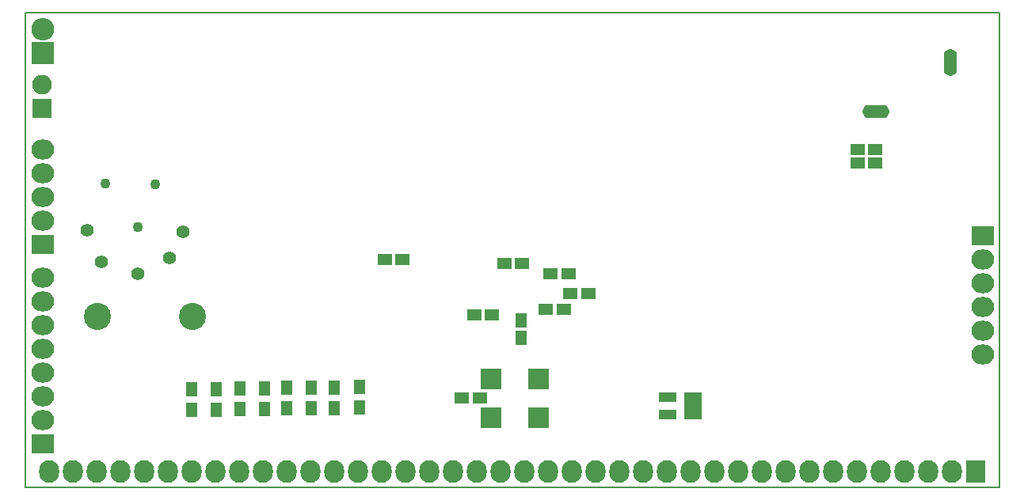
<source format=gbr>
%TF.GenerationSoftware,KiCad,Pcbnew,4.0.7*%
%TF.CreationDate,2018-08-29T22:41:10+01:00*%
%TF.ProjectId,RGBToComposite,524742546F436F6D706F736974652E6B,rev?*%
%TF.FileFunction,Soldermask,Bot*%
%FSLAX46Y46*%
G04 Gerber Fmt 4.6, Leading zero omitted, Abs format (unit mm)*
G04 Created by KiCad (PCBNEW 4.0.7) date 08/29/18 22:41:10*
%MOMM*%
%LPD*%
G01*
G04 APERTURE LIST*
%ADD10C,0.150000*%
%ADD11C,1.100000*%
%ADD12C,2.899360*%
%ADD13C,1.400000*%
%ADD14R,2.127200X2.432000*%
%ADD15O,2.127200X2.432000*%
%ADD16R,1.600000X1.150000*%
%ADD17R,2.432000X2.127200*%
%ADD18O,2.432000X2.127200*%
%ADD19R,2.200000X2.200000*%
%ADD20R,1.150000X1.600000*%
%ADD21O,2.900000X1.400000*%
%ADD22O,1.400000X2.900000*%
%ADD23R,2.432000X2.432000*%
%ADD24O,2.432000X2.432000*%
%ADD25R,1.300000X1.600000*%
%ADD26R,1.960000X1.050000*%
%ADD27R,2.100000X2.100000*%
%ADD28O,2.100000X2.100000*%
G04 APERTURE END LIST*
D10*
X99060000Y-82550000D02*
X99060000Y-133350000D01*
X203200000Y-82550000D02*
X99060000Y-82550000D01*
X203200000Y-133350000D02*
X203200000Y-82550000D01*
X99060000Y-133350000D02*
X203200000Y-133350000D01*
D11*
X107620000Y-100860000D03*
D12*
X116950000Y-115065000D03*
X106790000Y-115065000D03*
D13*
X107230000Y-109190000D03*
X111150000Y-110470000D03*
X114490000Y-108810000D03*
X115900000Y-105990000D03*
X105730000Y-105840000D03*
D11*
X111090000Y-105470000D03*
X112960000Y-100920000D03*
D14*
X200650000Y-131640000D03*
D15*
X198110000Y-131640000D03*
X195570000Y-131640000D03*
X193030000Y-131640000D03*
X190490000Y-131640000D03*
X187950000Y-131640000D03*
X185410000Y-131640000D03*
X182870000Y-131640000D03*
X180330000Y-131640000D03*
X177790000Y-131640000D03*
X175250000Y-131640000D03*
X172710000Y-131640000D03*
X170170000Y-131640000D03*
X167630000Y-131640000D03*
X165090000Y-131640000D03*
X162550000Y-131640000D03*
X160010000Y-131640000D03*
X157470000Y-131640000D03*
X154930000Y-131640000D03*
X152390000Y-131640000D03*
X149850000Y-131640000D03*
X147310000Y-131640000D03*
X144770000Y-131640000D03*
X142230000Y-131640000D03*
X139690000Y-131640000D03*
X137150000Y-131640000D03*
X134610000Y-131640000D03*
X132070000Y-131640000D03*
X129530000Y-131640000D03*
X126990000Y-131640000D03*
X124450000Y-131640000D03*
X121910000Y-131640000D03*
X119370000Y-131640000D03*
X116830000Y-131640000D03*
X114290000Y-131640000D03*
X111750000Y-131640000D03*
X109210000Y-131640000D03*
X106670000Y-131640000D03*
X104130000Y-131640000D03*
X101590000Y-131640000D03*
D16*
X147670000Y-123740000D03*
X145770000Y-123740000D03*
X147080000Y-114860000D03*
X148980000Y-114860000D03*
X159260000Y-112600000D03*
X157360000Y-112600000D03*
X157150000Y-110460000D03*
X155250000Y-110460000D03*
X150310000Y-109420000D03*
X152210000Y-109420000D03*
X139420000Y-108940000D03*
X137520000Y-108940000D03*
D17*
X201430000Y-106380000D03*
D18*
X201430000Y-108920000D03*
X201430000Y-111460000D03*
X201430000Y-114000000D03*
X201430000Y-116540000D03*
X201430000Y-119080000D03*
D19*
X148903000Y-121731000D03*
X153983000Y-121731000D03*
X153983000Y-125922000D03*
X148903000Y-125922000D03*
D16*
X189930000Y-98600000D03*
X188030000Y-98600000D03*
X189930000Y-97190000D03*
X188030000Y-97190000D03*
D20*
X152070000Y-117340000D03*
X152070000Y-115440000D03*
D16*
X156620000Y-114290000D03*
X154720000Y-114290000D03*
D21*
X190009000Y-93160500D03*
D22*
X198010000Y-87890000D03*
D17*
X100970000Y-128690000D03*
D18*
X100970000Y-126150000D03*
X100970000Y-123610000D03*
X100970000Y-121070000D03*
X100970000Y-118530000D03*
X100970000Y-115990000D03*
X100970000Y-113450000D03*
X100970000Y-110910000D03*
D17*
X100970000Y-107340000D03*
D18*
X100970000Y-104800000D03*
X100970000Y-102260000D03*
X100970000Y-99720000D03*
X100970000Y-97180000D03*
D23*
X100920000Y-86865000D03*
D24*
X100920000Y-84325000D03*
D25*
X116845000Y-122840000D03*
X116845000Y-125040000D03*
X119520000Y-122815000D03*
X119520000Y-125015000D03*
X122020000Y-122765000D03*
X122020000Y-124965000D03*
X124620000Y-122740000D03*
X124620000Y-124940000D03*
X127020000Y-122715000D03*
X127020000Y-124915000D03*
X129620000Y-122715000D03*
X129620000Y-124915000D03*
X132145000Y-122715000D03*
X132145000Y-124915000D03*
X134795000Y-122590000D03*
X134795000Y-124790000D03*
D26*
X170420000Y-123690000D03*
X170420000Y-124640000D03*
X170420000Y-125590000D03*
X167720000Y-125590000D03*
X167720000Y-123690000D03*
D27*
X100870000Y-92790000D03*
D28*
X100870000Y-90250000D03*
M02*

</source>
